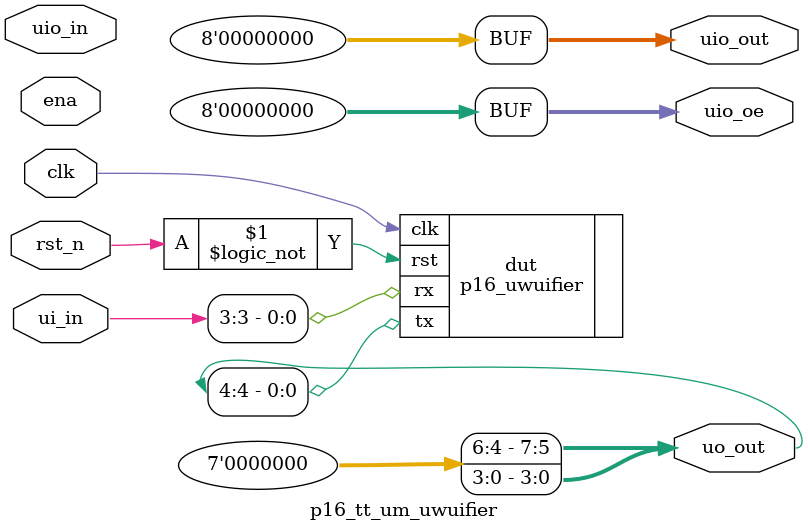
<source format=sv>
`default_nettype none

module p16_tt_um_uwuifier (
    input  wire [7:0] ui_in,    // Dedicated inputs - connected to the input switches
    output wire [7:0] uo_out,   // Dedicated outputs - connected to the 7 segment display
    input  wire [7:0] uio_in,   // IOs: Bidirectional Input path
    output wire [7:0] uio_out,  // IOs: Bidirectional Output path
    output wire [7:0] uio_oe,   // IOs: Bidirectional Enable path (active high: 0=input, 1=output)
    input  wire       ena,      // will go high when the design is enabled
    input  wire       clk,      // clock
    input  wire       rst_n     // reset_n - low to reset
);

    p16_uwuifier #(
        .CLK_FREQ(6000000),
        .BAUD(115200)
    ) dut (
        .clk(clk),
        .rst(!rst_n),
        .rx(ui_in[3]),
        .tx(uo_out[4])
    );

    assign uo_out[7:5] = '0;
    assign uo_out[3:0] = '0;
    assign uio_oe[7:0] = '0;
    assign uio_out[7:0] = '0;

endmodule

</source>
